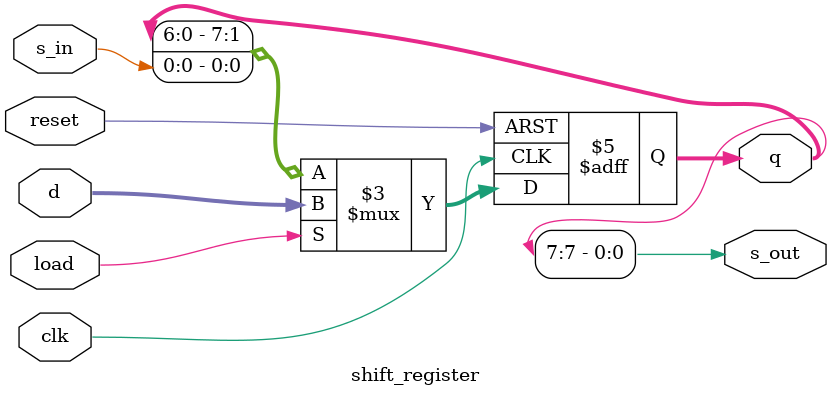
<source format=sv>
module shift_register #(
    parameter DATAW = 8
) (
    input logic clk, reset,
    input logic load,
    input logic s_in,
    input logic [DATAW-1:0] d,
    output logic [DATAW-1:0] q,
    output logic s_out
);
    always_ff @( posedge clk, posedge reset ) begin
        if (reset) q <= 0;
        else if (load) q <= d;
        else q <= {q[DATAW-2:0], s_in};
    end

    assign s_out = q[DATAW-1];
endmodule
</source>
